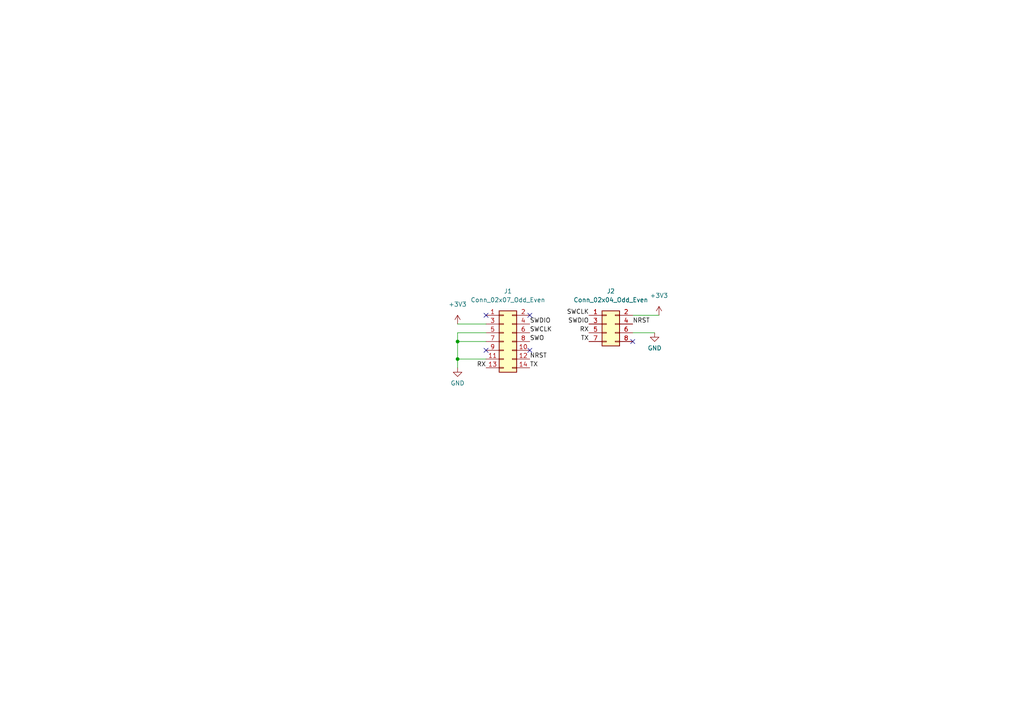
<source format=kicad_sch>
(kicad_sch (version 20211123) (generator eeschema)
  (paper "A4")
  (lib_symbols
    (symbol "Connector_Generic:Conn_02x04_Odd_Even" (pin_names (offset 1.016) hide)
      (property "Reference" "J" (at 1.27 5.08 0))
      (property "Value" "Conn_02x04_Odd_Even" (at 1.27 -7.62 0))
      (symbol "Conn_02x04_Odd_Even_1_1"
        (rectangle (start -1.27 -4.953) (end 0 -5.207) (stroke (width 0.1524)))
        (rectangle (start -1.27 -2.413) (end 0 -2.667) (stroke (width 0.1524)))
        (rectangle (start -1.27 0.127) (end 0 -0.127) (stroke (width 0.1524)))
        (rectangle (start -1.27 2.667) (end 0 2.413) (stroke (width 0.1524)))
        (rectangle (start -1.27 3.81) (end 3.81 -6.35) (stroke (width 0.254)) (fill (type background)))
        (rectangle (start 3.81 -4.953) (end 2.54 -5.207) (stroke (width 0.1524)))
        (rectangle (start 3.81 -2.413) (end 2.54 -2.667) (stroke (width 0.1524)))
        (rectangle (start 3.81 0.127) (end 2.54 -0.127) (stroke (width 0.1524)))
        (rectangle (start 3.81 2.667) (end 2.54 2.413) (stroke (width 0.1524)))
        (pin passive line (at -5.08 2.54 0) (length 3.81) (name "Pin_1") (number "1"))
        (pin passive line (at 7.62 2.54 180) (length 3.81) (name "Pin_2") (number "2"))
        (pin passive line (at -5.08 0 0) (length 3.81) (name "Pin_3") (number "3"))
        (pin passive line (at 7.62 0 180) (length 3.81) (name "Pin_4") (number "4"))
        (pin passive line (at -5.08 -2.54 0) (length 3.81) (name "Pin_5") (number "5"))
        (pin passive line (at 7.62 -2.54 180) (length 3.81) (name "Pin_6") (number "6"))
        (pin passive line (at -5.08 -5.08 0) (length 3.81) (name "Pin_7") (number "7"))
        (pin passive line (at 7.62 -5.08 180) (length 3.81) (name "Pin_8") (number "8"))
      )
    )
    (symbol "Connector_Generic:Conn_02x07_Odd_Even" (pin_names (offset 1.016) hide)
      (property "Reference" "J" (at 1.27 10.16 0))
      (property "Value" "Conn_02x07_Odd_Even" (at 1.27 -10.16 0))
      (symbol "Conn_02x07_Odd_Even_1_1"
        (rectangle (start -1.27 -7.493) (end 0 -7.747) (stroke (width 0.1524)))
        (rectangle (start -1.27 -4.953) (end 0 -5.207) (stroke (width 0.1524)))
        (rectangle (start -1.27 -2.413) (end 0 -2.667) (stroke (width 0.1524)))
        (rectangle (start -1.27 0.127) (end 0 -0.127) (stroke (width 0.1524)))
        (rectangle (start -1.27 2.667) (end 0 2.413) (stroke (width 0.1524)))
        (rectangle (start -1.27 5.207) (end 0 4.953) (stroke (width 0.1524)))
        (rectangle (start -1.27 7.747) (end 0 7.493) (stroke (width 0.1524)))
        (rectangle (start -1.27 8.89) (end 3.81 -8.89) (stroke (width 0.254)) (fill (type background)))
        (rectangle (start 3.81 -7.493) (end 2.54 -7.747) (stroke (width 0.1524)))
        (rectangle (start 3.81 -4.953) (end 2.54 -5.207) (stroke (width 0.1524)))
        (rectangle (start 3.81 -2.413) (end 2.54 -2.667) (stroke (width 0.1524)))
        (rectangle (start 3.81 0.127) (end 2.54 -0.127) (stroke (width 0.1524)))
        (rectangle (start 3.81 2.667) (end 2.54 2.413) (stroke (width 0.1524)))
        (rectangle (start 3.81 5.207) (end 2.54 4.953) (stroke (width 0.1524)))
        (rectangle (start 3.81 7.747) (end 2.54 7.493) (stroke (width 0.1524)))
        (pin passive line (at -5.08 7.62 0) (length 3.81) (name "Pin_1") (number "1"))
        (pin passive line (at 7.62 -2.54 180) (length 3.81) (name "Pin_10") (number "10"))
        (pin passive line (at -5.08 -5.08 0) (length 3.81) (name "Pin_11") (number "11"))
        (pin passive line (at 7.62 -5.08 180) (length 3.81) (name "Pin_12") (number "12"))
        (pin passive line (at -5.08 -7.62 0) (length 3.81) (name "Pin_13") (number "13"))
        (pin passive line (at 7.62 -7.62 180) (length 3.81) (name "Pin_14") (number "14"))
        (pin passive line (at 7.62 7.62 180) (length 3.81) (name "Pin_2") (number "2"))
        (pin passive line (at -5.08 5.08 0) (length 3.81) (name "Pin_3") (number "3"))
        (pin passive line (at 7.62 5.08 180) (length 3.81) (name "Pin_4") (number "4"))
        (pin passive line (at -5.08 2.54 0) (length 3.81) (name "Pin_5") (number "5"))
        (pin passive line (at 7.62 2.54 180) (length 3.81) (name "Pin_6") (number "6"))
        (pin passive line (at -5.08 0 0) (length 3.81) (name "Pin_7") (number "7"))
        (pin passive line (at 7.62 0 180) (length 3.81) (name "Pin_8") (number "8"))
        (pin passive line (at -5.08 -2.54 0) (length 3.81) (name "Pin_9") (number "9"))
      )
    )
    (symbol "power:+3.3V" (power) (pin_names (offset 0))
      (property "Value" "+3.3V" (at 0 3.556 0))
      (symbol "+3.3V_0_1"
        (polyline (pts (xy -0.762 1.27) (xy 0 2.54)))
        (polyline (pts (xy 0 0) (xy 0 2.54)))
        (polyline (pts (xy 0 2.54) (xy 0.762 1.27)))
      )
      (symbol "+3.3V_1_1"
        (pin power_in line (at 0 0 90) (length 0) hide (name "+3V3") (number "1"))
      )
    )
    (symbol "power:GND" (power) (pin_names (offset 0))
      (property "Value" "GND" (at 0 -3.81 0))
      (symbol "GND_0_1"
        (polyline (pts (xy 0 0) (xy 0 -1.27) (xy 1.27 -1.27) (xy 0 -2.54) (xy -1.27 -1.27) (xy 0 -1.27)))
      )
      (symbol "GND_1_1"
        (pin power_in line (at 0 0 270) (length 0) hide (name "GND") (number "1"))
      )
    )
  )
  (junction (at 132.715 99.06))
  (junction (at 132.715 104.14))
  (no_connect (at 153.67 91.44))
  (no_connect (at 140.97 91.44))
  (no_connect (at 140.97 101.6))
  (no_connect (at 153.67 101.6))
  (no_connect (at 183.515 99.06))
  (wire (pts (xy 140.97 96.52) (xy 132.715 96.52)))
  (wire (pts (xy 132.715 99.06) (xy 132.715 104.14)))
  (wire (pts (xy 189.865 96.52) (xy 183.515 96.52)))
  (wire (pts (xy 132.715 99.06) (xy 140.97 99.06)))
  (wire (pts (xy 132.715 104.14) (xy 140.97 104.14)))
  (wire (pts (xy 132.715 96.52) (xy 132.715 99.06)))
  (wire (pts (xy 191.135 91.44) (xy 183.515 91.44)))
  (wire (pts (xy 132.715 93.98) (xy 140.97 93.98)))
  (wire (pts (xy 132.715 104.14) (xy 132.715 106.68)))
  (label "TX" (at 153.67 106.68 0))
  (label "SWDIO" (at 153.67 93.98 0))
  (label "RX" (at 140.97 106.68 180))
  (label "TX" (at 170.815 99.06 180))
  (label "SWDIO" (at 170.815 93.98 180))
  (label "NRST" (at 183.515 93.98 0))
  (label "RX" (at 170.815 96.52 180))
  (label "SWO" (at 153.67 99.06 0))
  (label "NRST" (at 153.67 104.14 0))
  (label "SWCLK" (at 170.815 91.44 180))
  (label "SWCLK" (at 153.67 96.52 0))
  (symbol (lib_id "power:+3.3V") (at 191.135 91.44 0) (unit 1)
    (property "Reference" "#PWR?" (effects hide))
    (property "Value" "+3.3V" (at 191.135 85.725 0))
  )
  (symbol (lib_id "Connector_Generic:Conn_02x07_Odd_Even") (at 146.05 99.06 0) (unit 1)
    (property "Reference" "J1" (at 147.32 84.455 0))
    (property "Value" "Conn_02x07_Odd_Even" (at 147.32 86.995 0))
    (property "Footprint" "FTSH-107-01-L-DV-K-A:FTSH-107-XX-YYY-DV-K-A" (effects hide))
  )
  (symbol (lib_id "Connector_Generic:Conn_02x04_Odd_Even") (at 175.895 93.98 0) (unit 1)
    (property "Reference" "J2" (at 177.165 84.455 0))
    (property "Value" "Conn_02x04_Odd_Even" (at 177.165 86.995 0))
    (property "Footprint" "Connector_PinSocket_2.54mm:PinSocket_2x04_P2.54mm_Vertical" (effects hide))
  )
  (symbol (lib_id "power:GND") (at 189.865 96.52 0) (unit 1)
    (property "Reference" "#PWR03" (effects hide))
    (property "Value" "GND" (at 189.865 100.965 0))
  )
  (symbol (lib_id "power:GND") (at 132.715 106.68 0) (unit 1)
    (property "Reference" "#PWR02" (effects hide))
    (property "Value" "GND" (at 132.715 111.125 0))
  )
  (symbol (lib_id "power:+3.3V") (at 132.715 93.98 0) (unit 1)
    (property "Reference" "#PWR01" (effects hide))
    (property "Value" "+3.3V" (at 132.715 88.265 0))
  )
)
</source>
